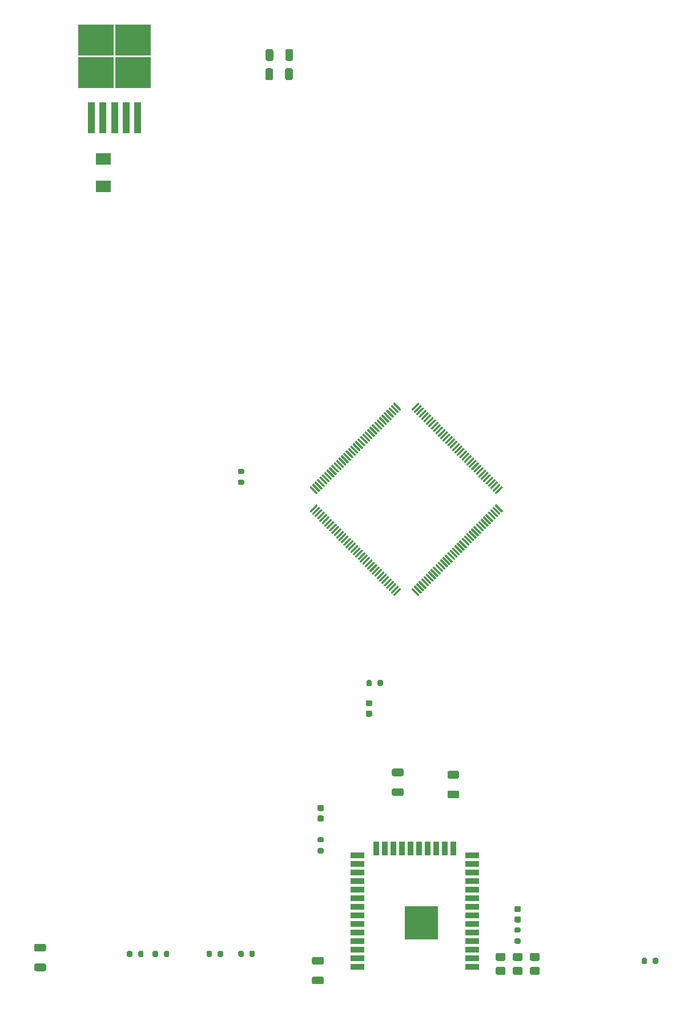
<source format=gbr>
%TF.GenerationSoftware,KiCad,Pcbnew,(5.1.12)-1*%
%TF.CreationDate,2022-04-06T16:52:09+05:30*%
%TF.ProjectId,MCROCONTROLLER,4d43524f-434f-44e5-9452-4f4c4c45522e,rev?*%
%TF.SameCoordinates,Original*%
%TF.FileFunction,Paste,Top*%
%TF.FilePolarity,Positive*%
%FSLAX46Y46*%
G04 Gerber Fmt 4.6, Leading zero omitted, Abs format (unit mm)*
G04 Created by KiCad (PCBNEW (5.1.12)-1) date 2022-04-06 16:52:09*
%MOMM*%
%LPD*%
G01*
G04 APERTURE LIST*
%ADD10R,2.199640X1.800860*%
%ADD11R,2.000000X0.900000*%
%ADD12R,0.900000X2.000000*%
%ADD13R,5.000000X5.000000*%
%ADD14R,1.100000X4.600000*%
%ADD15R,5.250000X4.550000*%
G04 APERTURE END LIST*
%TO.C,C5*%
G36*
G01*
X112322800Y-135440000D02*
X112822800Y-135440000D01*
G75*
G02*
X113047800Y-135665000I0J-225000D01*
G01*
X113047800Y-136115000D01*
G75*
G02*
X112822800Y-136340000I-225000J0D01*
G01*
X112322800Y-136340000D01*
G75*
G02*
X112097800Y-136115000I0J225000D01*
G01*
X112097800Y-135665000D01*
G75*
G02*
X112322800Y-135440000I225000J0D01*
G01*
G37*
G36*
G01*
X112322800Y-133890000D02*
X112822800Y-133890000D01*
G75*
G02*
X113047800Y-134115000I0J-225000D01*
G01*
X113047800Y-134565000D01*
G75*
G02*
X112822800Y-134790000I-225000J0D01*
G01*
X112322800Y-134790000D01*
G75*
G02*
X112097800Y-134565000I0J225000D01*
G01*
X112097800Y-134115000D01*
G75*
G02*
X112322800Y-133890000I225000J0D01*
G01*
G37*
%TD*%
D10*
%TO.C,D1*%
X73152000Y-57785000D03*
X73152000Y-53771800D03*
%TD*%
D11*
%TO.C,MOD1*%
X127880000Y-173355000D03*
D12*
X125095000Y-155845000D03*
X123825000Y-155845000D03*
X122555000Y-155845000D03*
X121285000Y-155845000D03*
X120015000Y-155845000D03*
X118745000Y-155845000D03*
X117475000Y-155845000D03*
X116205000Y-155845000D03*
X114935000Y-155845000D03*
X113665000Y-155845000D03*
D11*
X127880000Y-172085000D03*
X127880000Y-170815000D03*
X127880000Y-169545000D03*
X127880000Y-168275000D03*
X127880000Y-167005000D03*
X127880000Y-165735000D03*
X127880000Y-164465000D03*
X127880000Y-163195000D03*
X127880000Y-161925000D03*
X127880000Y-160655000D03*
X127880000Y-159385000D03*
X127880000Y-158115000D03*
X127880000Y-156845000D03*
X110880000Y-173355000D03*
X110880000Y-172085000D03*
X110880000Y-170815000D03*
X110880000Y-169545000D03*
X110880000Y-168275000D03*
X110880000Y-167005000D03*
X110880000Y-165735000D03*
X110880000Y-164465000D03*
X110880000Y-163195000D03*
X110880000Y-161925000D03*
X110880000Y-160655000D03*
X110880000Y-159385000D03*
X110880000Y-158115000D03*
X110880000Y-156845000D03*
D13*
X120380000Y-166855000D03*
%TD*%
%TO.C,R2*%
G36*
G01*
X113849200Y-131643800D02*
X113849200Y-131093800D01*
G75*
G02*
X114049200Y-130893800I200000J0D01*
G01*
X114449200Y-130893800D01*
G75*
G02*
X114649200Y-131093800I0J-200000D01*
G01*
X114649200Y-131643800D01*
G75*
G02*
X114449200Y-131843800I-200000J0D01*
G01*
X114049200Y-131843800D01*
G75*
G02*
X113849200Y-131643800I0J200000D01*
G01*
G37*
G36*
G01*
X112199200Y-131643800D02*
X112199200Y-131093800D01*
G75*
G02*
X112399200Y-130893800I200000J0D01*
G01*
X112799200Y-130893800D01*
G75*
G02*
X112999200Y-131093800I0J-200000D01*
G01*
X112999200Y-131643800D01*
G75*
G02*
X112799200Y-131843800I-200000J0D01*
G01*
X112399200Y-131843800D01*
G75*
G02*
X112199200Y-131643800I0J200000D01*
G01*
G37*
%TD*%
%TO.C,R3*%
G36*
G01*
X93874000Y-102049800D02*
X93324000Y-102049800D01*
G75*
G02*
X93124000Y-101849800I0J200000D01*
G01*
X93124000Y-101449800D01*
G75*
G02*
X93324000Y-101249800I200000J0D01*
G01*
X93874000Y-101249800D01*
G75*
G02*
X94074000Y-101449800I0J-200000D01*
G01*
X94074000Y-101849800D01*
G75*
G02*
X93874000Y-102049800I-200000J0D01*
G01*
G37*
G36*
G01*
X93874000Y-100399800D02*
X93324000Y-100399800D01*
G75*
G02*
X93124000Y-100199800I0J200000D01*
G01*
X93124000Y-99799800D01*
G75*
G02*
X93324000Y-99599800I200000J0D01*
G01*
X93874000Y-99599800D01*
G75*
G02*
X94074000Y-99799800I0J-200000D01*
G01*
X94074000Y-100199800D01*
G75*
G02*
X93874000Y-100399800I-200000J0D01*
G01*
G37*
%TD*%
%TO.C,U1*%
G36*
G01*
X103914832Y-106066866D02*
X103808766Y-105960800D01*
G75*
G02*
X103808766Y-105854734I53033J53033D01*
G01*
X104745682Y-104917818D01*
G75*
G02*
X104851748Y-104917818I53033J-53033D01*
G01*
X104957814Y-105023884D01*
G75*
G02*
X104957814Y-105129950I-53033J-53033D01*
G01*
X104020898Y-106066866D01*
G75*
G02*
X103914832Y-106066866I-53033J53033D01*
G01*
G37*
G36*
G01*
X104268385Y-106420419D02*
X104162319Y-106314353D01*
G75*
G02*
X104162319Y-106208287I53033J53033D01*
G01*
X105099235Y-105271371D01*
G75*
G02*
X105205301Y-105271371I53033J-53033D01*
G01*
X105311367Y-105377437D01*
G75*
G02*
X105311367Y-105483503I-53033J-53033D01*
G01*
X104374451Y-106420419D01*
G75*
G02*
X104268385Y-106420419I-53033J53033D01*
G01*
G37*
G36*
G01*
X104621938Y-106773973D02*
X104515872Y-106667907D01*
G75*
G02*
X104515872Y-106561841I53033J53033D01*
G01*
X105452788Y-105624925D01*
G75*
G02*
X105558854Y-105624925I53033J-53033D01*
G01*
X105664920Y-105730991D01*
G75*
G02*
X105664920Y-105837057I-53033J-53033D01*
G01*
X104728004Y-106773973D01*
G75*
G02*
X104621938Y-106773973I-53033J53033D01*
G01*
G37*
G36*
G01*
X104975492Y-107127526D02*
X104869426Y-107021460D01*
G75*
G02*
X104869426Y-106915394I53033J53033D01*
G01*
X105806342Y-105978478D01*
G75*
G02*
X105912408Y-105978478I53033J-53033D01*
G01*
X106018474Y-106084544D01*
G75*
G02*
X106018474Y-106190610I-53033J-53033D01*
G01*
X105081558Y-107127526D01*
G75*
G02*
X104975492Y-107127526I-53033J53033D01*
G01*
G37*
G36*
G01*
X105329045Y-107481079D02*
X105222979Y-107375013D01*
G75*
G02*
X105222979Y-107268947I53033J53033D01*
G01*
X106159895Y-106332031D01*
G75*
G02*
X106265961Y-106332031I53033J-53033D01*
G01*
X106372027Y-106438097D01*
G75*
G02*
X106372027Y-106544163I-53033J-53033D01*
G01*
X105435111Y-107481079D01*
G75*
G02*
X105329045Y-107481079I-53033J53033D01*
G01*
G37*
G36*
G01*
X105682599Y-107834633D02*
X105576533Y-107728567D01*
G75*
G02*
X105576533Y-107622501I53033J53033D01*
G01*
X106513449Y-106685585D01*
G75*
G02*
X106619515Y-106685585I53033J-53033D01*
G01*
X106725581Y-106791651D01*
G75*
G02*
X106725581Y-106897717I-53033J-53033D01*
G01*
X105788665Y-107834633D01*
G75*
G02*
X105682599Y-107834633I-53033J53033D01*
G01*
G37*
G36*
G01*
X106036152Y-108188186D02*
X105930086Y-108082120D01*
G75*
G02*
X105930086Y-107976054I53033J53033D01*
G01*
X106867002Y-107039138D01*
G75*
G02*
X106973068Y-107039138I53033J-53033D01*
G01*
X107079134Y-107145204D01*
G75*
G02*
X107079134Y-107251270I-53033J-53033D01*
G01*
X106142218Y-108188186D01*
G75*
G02*
X106036152Y-108188186I-53033J53033D01*
G01*
G37*
G36*
G01*
X106389705Y-108541739D02*
X106283639Y-108435673D01*
G75*
G02*
X106283639Y-108329607I53033J53033D01*
G01*
X107220555Y-107392691D01*
G75*
G02*
X107326621Y-107392691I53033J-53033D01*
G01*
X107432687Y-107498757D01*
G75*
G02*
X107432687Y-107604823I-53033J-53033D01*
G01*
X106495771Y-108541739D01*
G75*
G02*
X106389705Y-108541739I-53033J53033D01*
G01*
G37*
G36*
G01*
X106743259Y-108895293D02*
X106637193Y-108789227D01*
G75*
G02*
X106637193Y-108683161I53033J53033D01*
G01*
X107574109Y-107746245D01*
G75*
G02*
X107680175Y-107746245I53033J-53033D01*
G01*
X107786241Y-107852311D01*
G75*
G02*
X107786241Y-107958377I-53033J-53033D01*
G01*
X106849325Y-108895293D01*
G75*
G02*
X106743259Y-108895293I-53033J53033D01*
G01*
G37*
G36*
G01*
X107096812Y-109248846D02*
X106990746Y-109142780D01*
G75*
G02*
X106990746Y-109036714I53033J53033D01*
G01*
X107927662Y-108099798D01*
G75*
G02*
X108033728Y-108099798I53033J-53033D01*
G01*
X108139794Y-108205864D01*
G75*
G02*
X108139794Y-108311930I-53033J-53033D01*
G01*
X107202878Y-109248846D01*
G75*
G02*
X107096812Y-109248846I-53033J53033D01*
G01*
G37*
G36*
G01*
X107450366Y-109602400D02*
X107344300Y-109496334D01*
G75*
G02*
X107344300Y-109390268I53033J53033D01*
G01*
X108281216Y-108453352D01*
G75*
G02*
X108387282Y-108453352I53033J-53033D01*
G01*
X108493348Y-108559418D01*
G75*
G02*
X108493348Y-108665484I-53033J-53033D01*
G01*
X107556432Y-109602400D01*
G75*
G02*
X107450366Y-109602400I-53033J53033D01*
G01*
G37*
G36*
G01*
X107803919Y-109955953D02*
X107697853Y-109849887D01*
G75*
G02*
X107697853Y-109743821I53033J53033D01*
G01*
X108634769Y-108806905D01*
G75*
G02*
X108740835Y-108806905I53033J-53033D01*
G01*
X108846901Y-108912971D01*
G75*
G02*
X108846901Y-109019037I-53033J-53033D01*
G01*
X107909985Y-109955953D01*
G75*
G02*
X107803919Y-109955953I-53033J53033D01*
G01*
G37*
G36*
G01*
X108157472Y-110309506D02*
X108051406Y-110203440D01*
G75*
G02*
X108051406Y-110097374I53033J53033D01*
G01*
X108988322Y-109160458D01*
G75*
G02*
X109094388Y-109160458I53033J-53033D01*
G01*
X109200454Y-109266524D01*
G75*
G02*
X109200454Y-109372590I-53033J-53033D01*
G01*
X108263538Y-110309506D01*
G75*
G02*
X108157472Y-110309506I-53033J53033D01*
G01*
G37*
G36*
G01*
X108511026Y-110663060D02*
X108404960Y-110556994D01*
G75*
G02*
X108404960Y-110450928I53033J53033D01*
G01*
X109341876Y-109514012D01*
G75*
G02*
X109447942Y-109514012I53033J-53033D01*
G01*
X109554008Y-109620078D01*
G75*
G02*
X109554008Y-109726144I-53033J-53033D01*
G01*
X108617092Y-110663060D01*
G75*
G02*
X108511026Y-110663060I-53033J53033D01*
G01*
G37*
G36*
G01*
X108864579Y-111016613D02*
X108758513Y-110910547D01*
G75*
G02*
X108758513Y-110804481I53033J53033D01*
G01*
X109695429Y-109867565D01*
G75*
G02*
X109801495Y-109867565I53033J-53033D01*
G01*
X109907561Y-109973631D01*
G75*
G02*
X109907561Y-110079697I-53033J-53033D01*
G01*
X108970645Y-111016613D01*
G75*
G02*
X108864579Y-111016613I-53033J53033D01*
G01*
G37*
G36*
G01*
X109218132Y-111370167D02*
X109112066Y-111264101D01*
G75*
G02*
X109112066Y-111158035I53033J53033D01*
G01*
X110048982Y-110221119D01*
G75*
G02*
X110155048Y-110221119I53033J-53033D01*
G01*
X110261114Y-110327185D01*
G75*
G02*
X110261114Y-110433251I-53033J-53033D01*
G01*
X109324198Y-111370167D01*
G75*
G02*
X109218132Y-111370167I-53033J53033D01*
G01*
G37*
G36*
G01*
X109571686Y-111723720D02*
X109465620Y-111617654D01*
G75*
G02*
X109465620Y-111511588I53033J53033D01*
G01*
X110402536Y-110574672D01*
G75*
G02*
X110508602Y-110574672I53033J-53033D01*
G01*
X110614668Y-110680738D01*
G75*
G02*
X110614668Y-110786804I-53033J-53033D01*
G01*
X109677752Y-111723720D01*
G75*
G02*
X109571686Y-111723720I-53033J53033D01*
G01*
G37*
G36*
G01*
X109925239Y-112077273D02*
X109819173Y-111971207D01*
G75*
G02*
X109819173Y-111865141I53033J53033D01*
G01*
X110756089Y-110928225D01*
G75*
G02*
X110862155Y-110928225I53033J-53033D01*
G01*
X110968221Y-111034291D01*
G75*
G02*
X110968221Y-111140357I-53033J-53033D01*
G01*
X110031305Y-112077273D01*
G75*
G02*
X109925239Y-112077273I-53033J53033D01*
G01*
G37*
G36*
G01*
X110278793Y-112430827D02*
X110172727Y-112324761D01*
G75*
G02*
X110172727Y-112218695I53033J53033D01*
G01*
X111109643Y-111281779D01*
G75*
G02*
X111215709Y-111281779I53033J-53033D01*
G01*
X111321775Y-111387845D01*
G75*
G02*
X111321775Y-111493911I-53033J-53033D01*
G01*
X110384859Y-112430827D01*
G75*
G02*
X110278793Y-112430827I-53033J53033D01*
G01*
G37*
G36*
G01*
X110632346Y-112784380D02*
X110526280Y-112678314D01*
G75*
G02*
X110526280Y-112572248I53033J53033D01*
G01*
X111463196Y-111635332D01*
G75*
G02*
X111569262Y-111635332I53033J-53033D01*
G01*
X111675328Y-111741398D01*
G75*
G02*
X111675328Y-111847464I-53033J-53033D01*
G01*
X110738412Y-112784380D01*
G75*
G02*
X110632346Y-112784380I-53033J53033D01*
G01*
G37*
G36*
G01*
X110985899Y-113137934D02*
X110879833Y-113031868D01*
G75*
G02*
X110879833Y-112925802I53033J53033D01*
G01*
X111816749Y-111988886D01*
G75*
G02*
X111922815Y-111988886I53033J-53033D01*
G01*
X112028881Y-112094952D01*
G75*
G02*
X112028881Y-112201018I-53033J-53033D01*
G01*
X111091965Y-113137934D01*
G75*
G02*
X110985899Y-113137934I-53033J53033D01*
G01*
G37*
G36*
G01*
X111339453Y-113491487D02*
X111233387Y-113385421D01*
G75*
G02*
X111233387Y-113279355I53033J53033D01*
G01*
X112170303Y-112342439D01*
G75*
G02*
X112276369Y-112342439I53033J-53033D01*
G01*
X112382435Y-112448505D01*
G75*
G02*
X112382435Y-112554571I-53033J-53033D01*
G01*
X111445519Y-113491487D01*
G75*
G02*
X111339453Y-113491487I-53033J53033D01*
G01*
G37*
G36*
G01*
X111693006Y-113845040D02*
X111586940Y-113738974D01*
G75*
G02*
X111586940Y-113632908I53033J53033D01*
G01*
X112523856Y-112695992D01*
G75*
G02*
X112629922Y-112695992I53033J-53033D01*
G01*
X112735988Y-112802058D01*
G75*
G02*
X112735988Y-112908124I-53033J-53033D01*
G01*
X111799072Y-113845040D01*
G75*
G02*
X111693006Y-113845040I-53033J53033D01*
G01*
G37*
G36*
G01*
X112046560Y-114198594D02*
X111940494Y-114092528D01*
G75*
G02*
X111940494Y-113986462I53033J53033D01*
G01*
X112877410Y-113049546D01*
G75*
G02*
X112983476Y-113049546I53033J-53033D01*
G01*
X113089542Y-113155612D01*
G75*
G02*
X113089542Y-113261678I-53033J-53033D01*
G01*
X112152626Y-114198594D01*
G75*
G02*
X112046560Y-114198594I-53033J53033D01*
G01*
G37*
G36*
G01*
X112400113Y-114552147D02*
X112294047Y-114446081D01*
G75*
G02*
X112294047Y-114340015I53033J53033D01*
G01*
X113230963Y-113403099D01*
G75*
G02*
X113337029Y-113403099I53033J-53033D01*
G01*
X113443095Y-113509165D01*
G75*
G02*
X113443095Y-113615231I-53033J-53033D01*
G01*
X112506179Y-114552147D01*
G75*
G02*
X112400113Y-114552147I-53033J53033D01*
G01*
G37*
G36*
G01*
X112753666Y-114905700D02*
X112647600Y-114799634D01*
G75*
G02*
X112647600Y-114693568I53033J53033D01*
G01*
X113584516Y-113756652D01*
G75*
G02*
X113690582Y-113756652I53033J-53033D01*
G01*
X113796648Y-113862718D01*
G75*
G02*
X113796648Y-113968784I-53033J-53033D01*
G01*
X112859732Y-114905700D01*
G75*
G02*
X112753666Y-114905700I-53033J53033D01*
G01*
G37*
G36*
G01*
X113107220Y-115259254D02*
X113001154Y-115153188D01*
G75*
G02*
X113001154Y-115047122I53033J53033D01*
G01*
X113938070Y-114110206D01*
G75*
G02*
X114044136Y-114110206I53033J-53033D01*
G01*
X114150202Y-114216272D01*
G75*
G02*
X114150202Y-114322338I-53033J-53033D01*
G01*
X113213286Y-115259254D01*
G75*
G02*
X113107220Y-115259254I-53033J53033D01*
G01*
G37*
G36*
G01*
X113460773Y-115612807D02*
X113354707Y-115506741D01*
G75*
G02*
X113354707Y-115400675I53033J53033D01*
G01*
X114291623Y-114463759D01*
G75*
G02*
X114397689Y-114463759I53033J-53033D01*
G01*
X114503755Y-114569825D01*
G75*
G02*
X114503755Y-114675891I-53033J-53033D01*
G01*
X113566839Y-115612807D01*
G75*
G02*
X113460773Y-115612807I-53033J53033D01*
G01*
G37*
G36*
G01*
X113814327Y-115966361D02*
X113708261Y-115860295D01*
G75*
G02*
X113708261Y-115754229I53033J53033D01*
G01*
X114645177Y-114817313D01*
G75*
G02*
X114751243Y-114817313I53033J-53033D01*
G01*
X114857309Y-114923379D01*
G75*
G02*
X114857309Y-115029445I-53033J-53033D01*
G01*
X113920393Y-115966361D01*
G75*
G02*
X113814327Y-115966361I-53033J53033D01*
G01*
G37*
G36*
G01*
X114167880Y-116319914D02*
X114061814Y-116213848D01*
G75*
G02*
X114061814Y-116107782I53033J53033D01*
G01*
X114998730Y-115170866D01*
G75*
G02*
X115104796Y-115170866I53033J-53033D01*
G01*
X115210862Y-115276932D01*
G75*
G02*
X115210862Y-115382998I-53033J-53033D01*
G01*
X114273946Y-116319914D01*
G75*
G02*
X114167880Y-116319914I-53033J53033D01*
G01*
G37*
G36*
G01*
X114521433Y-116673467D02*
X114415367Y-116567401D01*
G75*
G02*
X114415367Y-116461335I53033J53033D01*
G01*
X115352283Y-115524419D01*
G75*
G02*
X115458349Y-115524419I53033J-53033D01*
G01*
X115564415Y-115630485D01*
G75*
G02*
X115564415Y-115736551I-53033J-53033D01*
G01*
X114627499Y-116673467D01*
G75*
G02*
X114521433Y-116673467I-53033J53033D01*
G01*
G37*
G36*
G01*
X114874987Y-117027021D02*
X114768921Y-116920955D01*
G75*
G02*
X114768921Y-116814889I53033J53033D01*
G01*
X115705837Y-115877973D01*
G75*
G02*
X115811903Y-115877973I53033J-53033D01*
G01*
X115917969Y-115984039D01*
G75*
G02*
X115917969Y-116090105I-53033J-53033D01*
G01*
X114981053Y-117027021D01*
G75*
G02*
X114874987Y-117027021I-53033J53033D01*
G01*
G37*
G36*
G01*
X115228540Y-117380574D02*
X115122474Y-117274508D01*
G75*
G02*
X115122474Y-117168442I53033J53033D01*
G01*
X116059390Y-116231526D01*
G75*
G02*
X116165456Y-116231526I53033J-53033D01*
G01*
X116271522Y-116337592D01*
G75*
G02*
X116271522Y-116443658I-53033J-53033D01*
G01*
X115334606Y-117380574D01*
G75*
G02*
X115228540Y-117380574I-53033J53033D01*
G01*
G37*
G36*
G01*
X115582093Y-117734128D02*
X115476027Y-117628062D01*
G75*
G02*
X115476027Y-117521996I53033J53033D01*
G01*
X116412943Y-116585080D01*
G75*
G02*
X116519009Y-116585080I53033J-53033D01*
G01*
X116625075Y-116691146D01*
G75*
G02*
X116625075Y-116797212I-53033J-53033D01*
G01*
X115688159Y-117734128D01*
G75*
G02*
X115582093Y-117734128I-53033J53033D01*
G01*
G37*
G36*
G01*
X115935647Y-118087681D02*
X115829581Y-117981615D01*
G75*
G02*
X115829581Y-117875549I53033J53033D01*
G01*
X116766497Y-116938633D01*
G75*
G02*
X116872563Y-116938633I53033J-53033D01*
G01*
X116978629Y-117044699D01*
G75*
G02*
X116978629Y-117150765I-53033J-53033D01*
G01*
X116041713Y-118087681D01*
G75*
G02*
X115935647Y-118087681I-53033J53033D01*
G01*
G37*
G36*
G01*
X116289200Y-118441234D02*
X116183134Y-118335168D01*
G75*
G02*
X116183134Y-118229102I53033J53033D01*
G01*
X117120050Y-117292186D01*
G75*
G02*
X117226116Y-117292186I53033J-53033D01*
G01*
X117332182Y-117398252D01*
G75*
G02*
X117332182Y-117504318I-53033J-53033D01*
G01*
X116395266Y-118441234D01*
G75*
G02*
X116289200Y-118441234I-53033J53033D01*
G01*
G37*
G36*
G01*
X119824734Y-118441234D02*
X118887818Y-117504318D01*
G75*
G02*
X118887818Y-117398252I53033J53033D01*
G01*
X118993884Y-117292186D01*
G75*
G02*
X119099950Y-117292186I53033J-53033D01*
G01*
X120036866Y-118229102D01*
G75*
G02*
X120036866Y-118335168I-53033J-53033D01*
G01*
X119930800Y-118441234D01*
G75*
G02*
X119824734Y-118441234I-53033J53033D01*
G01*
G37*
G36*
G01*
X120178287Y-118087681D02*
X119241371Y-117150765D01*
G75*
G02*
X119241371Y-117044699I53033J53033D01*
G01*
X119347437Y-116938633D01*
G75*
G02*
X119453503Y-116938633I53033J-53033D01*
G01*
X120390419Y-117875549D01*
G75*
G02*
X120390419Y-117981615I-53033J-53033D01*
G01*
X120284353Y-118087681D01*
G75*
G02*
X120178287Y-118087681I-53033J53033D01*
G01*
G37*
G36*
G01*
X120531841Y-117734128D02*
X119594925Y-116797212D01*
G75*
G02*
X119594925Y-116691146I53033J53033D01*
G01*
X119700991Y-116585080D01*
G75*
G02*
X119807057Y-116585080I53033J-53033D01*
G01*
X120743973Y-117521996D01*
G75*
G02*
X120743973Y-117628062I-53033J-53033D01*
G01*
X120637907Y-117734128D01*
G75*
G02*
X120531841Y-117734128I-53033J53033D01*
G01*
G37*
G36*
G01*
X120885394Y-117380574D02*
X119948478Y-116443658D01*
G75*
G02*
X119948478Y-116337592I53033J53033D01*
G01*
X120054544Y-116231526D01*
G75*
G02*
X120160610Y-116231526I53033J-53033D01*
G01*
X121097526Y-117168442D01*
G75*
G02*
X121097526Y-117274508I-53033J-53033D01*
G01*
X120991460Y-117380574D01*
G75*
G02*
X120885394Y-117380574I-53033J53033D01*
G01*
G37*
G36*
G01*
X121238947Y-117027021D02*
X120302031Y-116090105D01*
G75*
G02*
X120302031Y-115984039I53033J53033D01*
G01*
X120408097Y-115877973D01*
G75*
G02*
X120514163Y-115877973I53033J-53033D01*
G01*
X121451079Y-116814889D01*
G75*
G02*
X121451079Y-116920955I-53033J-53033D01*
G01*
X121345013Y-117027021D01*
G75*
G02*
X121238947Y-117027021I-53033J53033D01*
G01*
G37*
G36*
G01*
X121592501Y-116673467D02*
X120655585Y-115736551D01*
G75*
G02*
X120655585Y-115630485I53033J53033D01*
G01*
X120761651Y-115524419D01*
G75*
G02*
X120867717Y-115524419I53033J-53033D01*
G01*
X121804633Y-116461335D01*
G75*
G02*
X121804633Y-116567401I-53033J-53033D01*
G01*
X121698567Y-116673467D01*
G75*
G02*
X121592501Y-116673467I-53033J53033D01*
G01*
G37*
G36*
G01*
X121946054Y-116319914D02*
X121009138Y-115382998D01*
G75*
G02*
X121009138Y-115276932I53033J53033D01*
G01*
X121115204Y-115170866D01*
G75*
G02*
X121221270Y-115170866I53033J-53033D01*
G01*
X122158186Y-116107782D01*
G75*
G02*
X122158186Y-116213848I-53033J-53033D01*
G01*
X122052120Y-116319914D01*
G75*
G02*
X121946054Y-116319914I-53033J53033D01*
G01*
G37*
G36*
G01*
X122299607Y-115966361D02*
X121362691Y-115029445D01*
G75*
G02*
X121362691Y-114923379I53033J53033D01*
G01*
X121468757Y-114817313D01*
G75*
G02*
X121574823Y-114817313I53033J-53033D01*
G01*
X122511739Y-115754229D01*
G75*
G02*
X122511739Y-115860295I-53033J-53033D01*
G01*
X122405673Y-115966361D01*
G75*
G02*
X122299607Y-115966361I-53033J53033D01*
G01*
G37*
G36*
G01*
X122653161Y-115612807D02*
X121716245Y-114675891D01*
G75*
G02*
X121716245Y-114569825I53033J53033D01*
G01*
X121822311Y-114463759D01*
G75*
G02*
X121928377Y-114463759I53033J-53033D01*
G01*
X122865293Y-115400675D01*
G75*
G02*
X122865293Y-115506741I-53033J-53033D01*
G01*
X122759227Y-115612807D01*
G75*
G02*
X122653161Y-115612807I-53033J53033D01*
G01*
G37*
G36*
G01*
X123006714Y-115259254D02*
X122069798Y-114322338D01*
G75*
G02*
X122069798Y-114216272I53033J53033D01*
G01*
X122175864Y-114110206D01*
G75*
G02*
X122281930Y-114110206I53033J-53033D01*
G01*
X123218846Y-115047122D01*
G75*
G02*
X123218846Y-115153188I-53033J-53033D01*
G01*
X123112780Y-115259254D01*
G75*
G02*
X123006714Y-115259254I-53033J53033D01*
G01*
G37*
G36*
G01*
X123360268Y-114905700D02*
X122423352Y-113968784D01*
G75*
G02*
X122423352Y-113862718I53033J53033D01*
G01*
X122529418Y-113756652D01*
G75*
G02*
X122635484Y-113756652I53033J-53033D01*
G01*
X123572400Y-114693568D01*
G75*
G02*
X123572400Y-114799634I-53033J-53033D01*
G01*
X123466334Y-114905700D01*
G75*
G02*
X123360268Y-114905700I-53033J53033D01*
G01*
G37*
G36*
G01*
X123713821Y-114552147D02*
X122776905Y-113615231D01*
G75*
G02*
X122776905Y-113509165I53033J53033D01*
G01*
X122882971Y-113403099D01*
G75*
G02*
X122989037Y-113403099I53033J-53033D01*
G01*
X123925953Y-114340015D01*
G75*
G02*
X123925953Y-114446081I-53033J-53033D01*
G01*
X123819887Y-114552147D01*
G75*
G02*
X123713821Y-114552147I-53033J53033D01*
G01*
G37*
G36*
G01*
X124067374Y-114198594D02*
X123130458Y-113261678D01*
G75*
G02*
X123130458Y-113155612I53033J53033D01*
G01*
X123236524Y-113049546D01*
G75*
G02*
X123342590Y-113049546I53033J-53033D01*
G01*
X124279506Y-113986462D01*
G75*
G02*
X124279506Y-114092528I-53033J-53033D01*
G01*
X124173440Y-114198594D01*
G75*
G02*
X124067374Y-114198594I-53033J53033D01*
G01*
G37*
G36*
G01*
X124420928Y-113845040D02*
X123484012Y-112908124D01*
G75*
G02*
X123484012Y-112802058I53033J53033D01*
G01*
X123590078Y-112695992D01*
G75*
G02*
X123696144Y-112695992I53033J-53033D01*
G01*
X124633060Y-113632908D01*
G75*
G02*
X124633060Y-113738974I-53033J-53033D01*
G01*
X124526994Y-113845040D01*
G75*
G02*
X124420928Y-113845040I-53033J53033D01*
G01*
G37*
G36*
G01*
X124774481Y-113491487D02*
X123837565Y-112554571D01*
G75*
G02*
X123837565Y-112448505I53033J53033D01*
G01*
X123943631Y-112342439D01*
G75*
G02*
X124049697Y-112342439I53033J-53033D01*
G01*
X124986613Y-113279355D01*
G75*
G02*
X124986613Y-113385421I-53033J-53033D01*
G01*
X124880547Y-113491487D01*
G75*
G02*
X124774481Y-113491487I-53033J53033D01*
G01*
G37*
G36*
G01*
X125128035Y-113137934D02*
X124191119Y-112201018D01*
G75*
G02*
X124191119Y-112094952I53033J53033D01*
G01*
X124297185Y-111988886D01*
G75*
G02*
X124403251Y-111988886I53033J-53033D01*
G01*
X125340167Y-112925802D01*
G75*
G02*
X125340167Y-113031868I-53033J-53033D01*
G01*
X125234101Y-113137934D01*
G75*
G02*
X125128035Y-113137934I-53033J53033D01*
G01*
G37*
G36*
G01*
X125481588Y-112784380D02*
X124544672Y-111847464D01*
G75*
G02*
X124544672Y-111741398I53033J53033D01*
G01*
X124650738Y-111635332D01*
G75*
G02*
X124756804Y-111635332I53033J-53033D01*
G01*
X125693720Y-112572248D01*
G75*
G02*
X125693720Y-112678314I-53033J-53033D01*
G01*
X125587654Y-112784380D01*
G75*
G02*
X125481588Y-112784380I-53033J53033D01*
G01*
G37*
G36*
G01*
X125835141Y-112430827D02*
X124898225Y-111493911D01*
G75*
G02*
X124898225Y-111387845I53033J53033D01*
G01*
X125004291Y-111281779D01*
G75*
G02*
X125110357Y-111281779I53033J-53033D01*
G01*
X126047273Y-112218695D01*
G75*
G02*
X126047273Y-112324761I-53033J-53033D01*
G01*
X125941207Y-112430827D01*
G75*
G02*
X125835141Y-112430827I-53033J53033D01*
G01*
G37*
G36*
G01*
X126188695Y-112077273D02*
X125251779Y-111140357D01*
G75*
G02*
X125251779Y-111034291I53033J53033D01*
G01*
X125357845Y-110928225D01*
G75*
G02*
X125463911Y-110928225I53033J-53033D01*
G01*
X126400827Y-111865141D01*
G75*
G02*
X126400827Y-111971207I-53033J-53033D01*
G01*
X126294761Y-112077273D01*
G75*
G02*
X126188695Y-112077273I-53033J53033D01*
G01*
G37*
G36*
G01*
X126542248Y-111723720D02*
X125605332Y-110786804D01*
G75*
G02*
X125605332Y-110680738I53033J53033D01*
G01*
X125711398Y-110574672D01*
G75*
G02*
X125817464Y-110574672I53033J-53033D01*
G01*
X126754380Y-111511588D01*
G75*
G02*
X126754380Y-111617654I-53033J-53033D01*
G01*
X126648314Y-111723720D01*
G75*
G02*
X126542248Y-111723720I-53033J53033D01*
G01*
G37*
G36*
G01*
X126895802Y-111370167D02*
X125958886Y-110433251D01*
G75*
G02*
X125958886Y-110327185I53033J53033D01*
G01*
X126064952Y-110221119D01*
G75*
G02*
X126171018Y-110221119I53033J-53033D01*
G01*
X127107934Y-111158035D01*
G75*
G02*
X127107934Y-111264101I-53033J-53033D01*
G01*
X127001868Y-111370167D01*
G75*
G02*
X126895802Y-111370167I-53033J53033D01*
G01*
G37*
G36*
G01*
X127249355Y-111016613D02*
X126312439Y-110079697D01*
G75*
G02*
X126312439Y-109973631I53033J53033D01*
G01*
X126418505Y-109867565D01*
G75*
G02*
X126524571Y-109867565I53033J-53033D01*
G01*
X127461487Y-110804481D01*
G75*
G02*
X127461487Y-110910547I-53033J-53033D01*
G01*
X127355421Y-111016613D01*
G75*
G02*
X127249355Y-111016613I-53033J53033D01*
G01*
G37*
G36*
G01*
X127602908Y-110663060D02*
X126665992Y-109726144D01*
G75*
G02*
X126665992Y-109620078I53033J53033D01*
G01*
X126772058Y-109514012D01*
G75*
G02*
X126878124Y-109514012I53033J-53033D01*
G01*
X127815040Y-110450928D01*
G75*
G02*
X127815040Y-110556994I-53033J-53033D01*
G01*
X127708974Y-110663060D01*
G75*
G02*
X127602908Y-110663060I-53033J53033D01*
G01*
G37*
G36*
G01*
X127956462Y-110309506D02*
X127019546Y-109372590D01*
G75*
G02*
X127019546Y-109266524I53033J53033D01*
G01*
X127125612Y-109160458D01*
G75*
G02*
X127231678Y-109160458I53033J-53033D01*
G01*
X128168594Y-110097374D01*
G75*
G02*
X128168594Y-110203440I-53033J-53033D01*
G01*
X128062528Y-110309506D01*
G75*
G02*
X127956462Y-110309506I-53033J53033D01*
G01*
G37*
G36*
G01*
X128310015Y-109955953D02*
X127373099Y-109019037D01*
G75*
G02*
X127373099Y-108912971I53033J53033D01*
G01*
X127479165Y-108806905D01*
G75*
G02*
X127585231Y-108806905I53033J-53033D01*
G01*
X128522147Y-109743821D01*
G75*
G02*
X128522147Y-109849887I-53033J-53033D01*
G01*
X128416081Y-109955953D01*
G75*
G02*
X128310015Y-109955953I-53033J53033D01*
G01*
G37*
G36*
G01*
X128663568Y-109602400D02*
X127726652Y-108665484D01*
G75*
G02*
X127726652Y-108559418I53033J53033D01*
G01*
X127832718Y-108453352D01*
G75*
G02*
X127938784Y-108453352I53033J-53033D01*
G01*
X128875700Y-109390268D01*
G75*
G02*
X128875700Y-109496334I-53033J-53033D01*
G01*
X128769634Y-109602400D01*
G75*
G02*
X128663568Y-109602400I-53033J53033D01*
G01*
G37*
G36*
G01*
X129017122Y-109248846D02*
X128080206Y-108311930D01*
G75*
G02*
X128080206Y-108205864I53033J53033D01*
G01*
X128186272Y-108099798D01*
G75*
G02*
X128292338Y-108099798I53033J-53033D01*
G01*
X129229254Y-109036714D01*
G75*
G02*
X129229254Y-109142780I-53033J-53033D01*
G01*
X129123188Y-109248846D01*
G75*
G02*
X129017122Y-109248846I-53033J53033D01*
G01*
G37*
G36*
G01*
X129370675Y-108895293D02*
X128433759Y-107958377D01*
G75*
G02*
X128433759Y-107852311I53033J53033D01*
G01*
X128539825Y-107746245D01*
G75*
G02*
X128645891Y-107746245I53033J-53033D01*
G01*
X129582807Y-108683161D01*
G75*
G02*
X129582807Y-108789227I-53033J-53033D01*
G01*
X129476741Y-108895293D01*
G75*
G02*
X129370675Y-108895293I-53033J53033D01*
G01*
G37*
G36*
G01*
X129724229Y-108541739D02*
X128787313Y-107604823D01*
G75*
G02*
X128787313Y-107498757I53033J53033D01*
G01*
X128893379Y-107392691D01*
G75*
G02*
X128999445Y-107392691I53033J-53033D01*
G01*
X129936361Y-108329607D01*
G75*
G02*
X129936361Y-108435673I-53033J-53033D01*
G01*
X129830295Y-108541739D01*
G75*
G02*
X129724229Y-108541739I-53033J53033D01*
G01*
G37*
G36*
G01*
X130077782Y-108188186D02*
X129140866Y-107251270D01*
G75*
G02*
X129140866Y-107145204I53033J53033D01*
G01*
X129246932Y-107039138D01*
G75*
G02*
X129352998Y-107039138I53033J-53033D01*
G01*
X130289914Y-107976054D01*
G75*
G02*
X130289914Y-108082120I-53033J-53033D01*
G01*
X130183848Y-108188186D01*
G75*
G02*
X130077782Y-108188186I-53033J53033D01*
G01*
G37*
G36*
G01*
X130431335Y-107834633D02*
X129494419Y-106897717D01*
G75*
G02*
X129494419Y-106791651I53033J53033D01*
G01*
X129600485Y-106685585D01*
G75*
G02*
X129706551Y-106685585I53033J-53033D01*
G01*
X130643467Y-107622501D01*
G75*
G02*
X130643467Y-107728567I-53033J-53033D01*
G01*
X130537401Y-107834633D01*
G75*
G02*
X130431335Y-107834633I-53033J53033D01*
G01*
G37*
G36*
G01*
X130784889Y-107481079D02*
X129847973Y-106544163D01*
G75*
G02*
X129847973Y-106438097I53033J53033D01*
G01*
X129954039Y-106332031D01*
G75*
G02*
X130060105Y-106332031I53033J-53033D01*
G01*
X130997021Y-107268947D01*
G75*
G02*
X130997021Y-107375013I-53033J-53033D01*
G01*
X130890955Y-107481079D01*
G75*
G02*
X130784889Y-107481079I-53033J53033D01*
G01*
G37*
G36*
G01*
X131138442Y-107127526D02*
X130201526Y-106190610D01*
G75*
G02*
X130201526Y-106084544I53033J53033D01*
G01*
X130307592Y-105978478D01*
G75*
G02*
X130413658Y-105978478I53033J-53033D01*
G01*
X131350574Y-106915394D01*
G75*
G02*
X131350574Y-107021460I-53033J-53033D01*
G01*
X131244508Y-107127526D01*
G75*
G02*
X131138442Y-107127526I-53033J53033D01*
G01*
G37*
G36*
G01*
X131491996Y-106773973D02*
X130555080Y-105837057D01*
G75*
G02*
X130555080Y-105730991I53033J53033D01*
G01*
X130661146Y-105624925D01*
G75*
G02*
X130767212Y-105624925I53033J-53033D01*
G01*
X131704128Y-106561841D01*
G75*
G02*
X131704128Y-106667907I-53033J-53033D01*
G01*
X131598062Y-106773973D01*
G75*
G02*
X131491996Y-106773973I-53033J53033D01*
G01*
G37*
G36*
G01*
X131845549Y-106420419D02*
X130908633Y-105483503D01*
G75*
G02*
X130908633Y-105377437I53033J53033D01*
G01*
X131014699Y-105271371D01*
G75*
G02*
X131120765Y-105271371I53033J-53033D01*
G01*
X132057681Y-106208287D01*
G75*
G02*
X132057681Y-106314353I-53033J-53033D01*
G01*
X131951615Y-106420419D01*
G75*
G02*
X131845549Y-106420419I-53033J53033D01*
G01*
G37*
G36*
G01*
X132199102Y-106066866D02*
X131262186Y-105129950D01*
G75*
G02*
X131262186Y-105023884I53033J53033D01*
G01*
X131368252Y-104917818D01*
G75*
G02*
X131474318Y-104917818I53033J-53033D01*
G01*
X132411234Y-105854734D01*
G75*
G02*
X132411234Y-105960800I-53033J-53033D01*
G01*
X132305168Y-106066866D01*
G75*
G02*
X132199102Y-106066866I-53033J53033D01*
G01*
G37*
G36*
G01*
X131368252Y-103362182D02*
X131262186Y-103256116D01*
G75*
G02*
X131262186Y-103150050I53033J53033D01*
G01*
X132199102Y-102213134D01*
G75*
G02*
X132305168Y-102213134I53033J-53033D01*
G01*
X132411234Y-102319200D01*
G75*
G02*
X132411234Y-102425266I-53033J-53033D01*
G01*
X131474318Y-103362182D01*
G75*
G02*
X131368252Y-103362182I-53033J53033D01*
G01*
G37*
G36*
G01*
X131014699Y-103008629D02*
X130908633Y-102902563D01*
G75*
G02*
X130908633Y-102796497I53033J53033D01*
G01*
X131845549Y-101859581D01*
G75*
G02*
X131951615Y-101859581I53033J-53033D01*
G01*
X132057681Y-101965647D01*
G75*
G02*
X132057681Y-102071713I-53033J-53033D01*
G01*
X131120765Y-103008629D01*
G75*
G02*
X131014699Y-103008629I-53033J53033D01*
G01*
G37*
G36*
G01*
X130661146Y-102655075D02*
X130555080Y-102549009D01*
G75*
G02*
X130555080Y-102442943I53033J53033D01*
G01*
X131491996Y-101506027D01*
G75*
G02*
X131598062Y-101506027I53033J-53033D01*
G01*
X131704128Y-101612093D01*
G75*
G02*
X131704128Y-101718159I-53033J-53033D01*
G01*
X130767212Y-102655075D01*
G75*
G02*
X130661146Y-102655075I-53033J53033D01*
G01*
G37*
G36*
G01*
X130307592Y-102301522D02*
X130201526Y-102195456D01*
G75*
G02*
X130201526Y-102089390I53033J53033D01*
G01*
X131138442Y-101152474D01*
G75*
G02*
X131244508Y-101152474I53033J-53033D01*
G01*
X131350574Y-101258540D01*
G75*
G02*
X131350574Y-101364606I-53033J-53033D01*
G01*
X130413658Y-102301522D01*
G75*
G02*
X130307592Y-102301522I-53033J53033D01*
G01*
G37*
G36*
G01*
X129954039Y-101947969D02*
X129847973Y-101841903D01*
G75*
G02*
X129847973Y-101735837I53033J53033D01*
G01*
X130784889Y-100798921D01*
G75*
G02*
X130890955Y-100798921I53033J-53033D01*
G01*
X130997021Y-100904987D01*
G75*
G02*
X130997021Y-101011053I-53033J-53033D01*
G01*
X130060105Y-101947969D01*
G75*
G02*
X129954039Y-101947969I-53033J53033D01*
G01*
G37*
G36*
G01*
X129600485Y-101594415D02*
X129494419Y-101488349D01*
G75*
G02*
X129494419Y-101382283I53033J53033D01*
G01*
X130431335Y-100445367D01*
G75*
G02*
X130537401Y-100445367I53033J-53033D01*
G01*
X130643467Y-100551433D01*
G75*
G02*
X130643467Y-100657499I-53033J-53033D01*
G01*
X129706551Y-101594415D01*
G75*
G02*
X129600485Y-101594415I-53033J53033D01*
G01*
G37*
G36*
G01*
X129246932Y-101240862D02*
X129140866Y-101134796D01*
G75*
G02*
X129140866Y-101028730I53033J53033D01*
G01*
X130077782Y-100091814D01*
G75*
G02*
X130183848Y-100091814I53033J-53033D01*
G01*
X130289914Y-100197880D01*
G75*
G02*
X130289914Y-100303946I-53033J-53033D01*
G01*
X129352998Y-101240862D01*
G75*
G02*
X129246932Y-101240862I-53033J53033D01*
G01*
G37*
G36*
G01*
X128893379Y-100887309D02*
X128787313Y-100781243D01*
G75*
G02*
X128787313Y-100675177I53033J53033D01*
G01*
X129724229Y-99738261D01*
G75*
G02*
X129830295Y-99738261I53033J-53033D01*
G01*
X129936361Y-99844327D01*
G75*
G02*
X129936361Y-99950393I-53033J-53033D01*
G01*
X128999445Y-100887309D01*
G75*
G02*
X128893379Y-100887309I-53033J53033D01*
G01*
G37*
G36*
G01*
X128539825Y-100533755D02*
X128433759Y-100427689D01*
G75*
G02*
X128433759Y-100321623I53033J53033D01*
G01*
X129370675Y-99384707D01*
G75*
G02*
X129476741Y-99384707I53033J-53033D01*
G01*
X129582807Y-99490773D01*
G75*
G02*
X129582807Y-99596839I-53033J-53033D01*
G01*
X128645891Y-100533755D01*
G75*
G02*
X128539825Y-100533755I-53033J53033D01*
G01*
G37*
G36*
G01*
X128186272Y-100180202D02*
X128080206Y-100074136D01*
G75*
G02*
X128080206Y-99968070I53033J53033D01*
G01*
X129017122Y-99031154D01*
G75*
G02*
X129123188Y-99031154I53033J-53033D01*
G01*
X129229254Y-99137220D01*
G75*
G02*
X129229254Y-99243286I-53033J-53033D01*
G01*
X128292338Y-100180202D01*
G75*
G02*
X128186272Y-100180202I-53033J53033D01*
G01*
G37*
G36*
G01*
X127832718Y-99826648D02*
X127726652Y-99720582D01*
G75*
G02*
X127726652Y-99614516I53033J53033D01*
G01*
X128663568Y-98677600D01*
G75*
G02*
X128769634Y-98677600I53033J-53033D01*
G01*
X128875700Y-98783666D01*
G75*
G02*
X128875700Y-98889732I-53033J-53033D01*
G01*
X127938784Y-99826648D01*
G75*
G02*
X127832718Y-99826648I-53033J53033D01*
G01*
G37*
G36*
G01*
X127479165Y-99473095D02*
X127373099Y-99367029D01*
G75*
G02*
X127373099Y-99260963I53033J53033D01*
G01*
X128310015Y-98324047D01*
G75*
G02*
X128416081Y-98324047I53033J-53033D01*
G01*
X128522147Y-98430113D01*
G75*
G02*
X128522147Y-98536179I-53033J-53033D01*
G01*
X127585231Y-99473095D01*
G75*
G02*
X127479165Y-99473095I-53033J53033D01*
G01*
G37*
G36*
G01*
X127125612Y-99119542D02*
X127019546Y-99013476D01*
G75*
G02*
X127019546Y-98907410I53033J53033D01*
G01*
X127956462Y-97970494D01*
G75*
G02*
X128062528Y-97970494I53033J-53033D01*
G01*
X128168594Y-98076560D01*
G75*
G02*
X128168594Y-98182626I-53033J-53033D01*
G01*
X127231678Y-99119542D01*
G75*
G02*
X127125612Y-99119542I-53033J53033D01*
G01*
G37*
G36*
G01*
X126772058Y-98765988D02*
X126665992Y-98659922D01*
G75*
G02*
X126665992Y-98553856I53033J53033D01*
G01*
X127602908Y-97616940D01*
G75*
G02*
X127708974Y-97616940I53033J-53033D01*
G01*
X127815040Y-97723006D01*
G75*
G02*
X127815040Y-97829072I-53033J-53033D01*
G01*
X126878124Y-98765988D01*
G75*
G02*
X126772058Y-98765988I-53033J53033D01*
G01*
G37*
G36*
G01*
X126418505Y-98412435D02*
X126312439Y-98306369D01*
G75*
G02*
X126312439Y-98200303I53033J53033D01*
G01*
X127249355Y-97263387D01*
G75*
G02*
X127355421Y-97263387I53033J-53033D01*
G01*
X127461487Y-97369453D01*
G75*
G02*
X127461487Y-97475519I-53033J-53033D01*
G01*
X126524571Y-98412435D01*
G75*
G02*
X126418505Y-98412435I-53033J53033D01*
G01*
G37*
G36*
G01*
X126064952Y-98058881D02*
X125958886Y-97952815D01*
G75*
G02*
X125958886Y-97846749I53033J53033D01*
G01*
X126895802Y-96909833D01*
G75*
G02*
X127001868Y-96909833I53033J-53033D01*
G01*
X127107934Y-97015899D01*
G75*
G02*
X127107934Y-97121965I-53033J-53033D01*
G01*
X126171018Y-98058881D01*
G75*
G02*
X126064952Y-98058881I-53033J53033D01*
G01*
G37*
G36*
G01*
X125711398Y-97705328D02*
X125605332Y-97599262D01*
G75*
G02*
X125605332Y-97493196I53033J53033D01*
G01*
X126542248Y-96556280D01*
G75*
G02*
X126648314Y-96556280I53033J-53033D01*
G01*
X126754380Y-96662346D01*
G75*
G02*
X126754380Y-96768412I-53033J-53033D01*
G01*
X125817464Y-97705328D01*
G75*
G02*
X125711398Y-97705328I-53033J53033D01*
G01*
G37*
G36*
G01*
X125357845Y-97351775D02*
X125251779Y-97245709D01*
G75*
G02*
X125251779Y-97139643I53033J53033D01*
G01*
X126188695Y-96202727D01*
G75*
G02*
X126294761Y-96202727I53033J-53033D01*
G01*
X126400827Y-96308793D01*
G75*
G02*
X126400827Y-96414859I-53033J-53033D01*
G01*
X125463911Y-97351775D01*
G75*
G02*
X125357845Y-97351775I-53033J53033D01*
G01*
G37*
G36*
G01*
X125004291Y-96998221D02*
X124898225Y-96892155D01*
G75*
G02*
X124898225Y-96786089I53033J53033D01*
G01*
X125835141Y-95849173D01*
G75*
G02*
X125941207Y-95849173I53033J-53033D01*
G01*
X126047273Y-95955239D01*
G75*
G02*
X126047273Y-96061305I-53033J-53033D01*
G01*
X125110357Y-96998221D01*
G75*
G02*
X125004291Y-96998221I-53033J53033D01*
G01*
G37*
G36*
G01*
X124650738Y-96644668D02*
X124544672Y-96538602D01*
G75*
G02*
X124544672Y-96432536I53033J53033D01*
G01*
X125481588Y-95495620D01*
G75*
G02*
X125587654Y-95495620I53033J-53033D01*
G01*
X125693720Y-95601686D01*
G75*
G02*
X125693720Y-95707752I-53033J-53033D01*
G01*
X124756804Y-96644668D01*
G75*
G02*
X124650738Y-96644668I-53033J53033D01*
G01*
G37*
G36*
G01*
X124297185Y-96291114D02*
X124191119Y-96185048D01*
G75*
G02*
X124191119Y-96078982I53033J53033D01*
G01*
X125128035Y-95142066D01*
G75*
G02*
X125234101Y-95142066I53033J-53033D01*
G01*
X125340167Y-95248132D01*
G75*
G02*
X125340167Y-95354198I-53033J-53033D01*
G01*
X124403251Y-96291114D01*
G75*
G02*
X124297185Y-96291114I-53033J53033D01*
G01*
G37*
G36*
G01*
X123943631Y-95937561D02*
X123837565Y-95831495D01*
G75*
G02*
X123837565Y-95725429I53033J53033D01*
G01*
X124774481Y-94788513D01*
G75*
G02*
X124880547Y-94788513I53033J-53033D01*
G01*
X124986613Y-94894579D01*
G75*
G02*
X124986613Y-95000645I-53033J-53033D01*
G01*
X124049697Y-95937561D01*
G75*
G02*
X123943631Y-95937561I-53033J53033D01*
G01*
G37*
G36*
G01*
X123590078Y-95584008D02*
X123484012Y-95477942D01*
G75*
G02*
X123484012Y-95371876I53033J53033D01*
G01*
X124420928Y-94434960D01*
G75*
G02*
X124526994Y-94434960I53033J-53033D01*
G01*
X124633060Y-94541026D01*
G75*
G02*
X124633060Y-94647092I-53033J-53033D01*
G01*
X123696144Y-95584008D01*
G75*
G02*
X123590078Y-95584008I-53033J53033D01*
G01*
G37*
G36*
G01*
X123236524Y-95230454D02*
X123130458Y-95124388D01*
G75*
G02*
X123130458Y-95018322I53033J53033D01*
G01*
X124067374Y-94081406D01*
G75*
G02*
X124173440Y-94081406I53033J-53033D01*
G01*
X124279506Y-94187472D01*
G75*
G02*
X124279506Y-94293538I-53033J-53033D01*
G01*
X123342590Y-95230454D01*
G75*
G02*
X123236524Y-95230454I-53033J53033D01*
G01*
G37*
G36*
G01*
X122882971Y-94876901D02*
X122776905Y-94770835D01*
G75*
G02*
X122776905Y-94664769I53033J53033D01*
G01*
X123713821Y-93727853D01*
G75*
G02*
X123819887Y-93727853I53033J-53033D01*
G01*
X123925953Y-93833919D01*
G75*
G02*
X123925953Y-93939985I-53033J-53033D01*
G01*
X122989037Y-94876901D01*
G75*
G02*
X122882971Y-94876901I-53033J53033D01*
G01*
G37*
G36*
G01*
X122529418Y-94523348D02*
X122423352Y-94417282D01*
G75*
G02*
X122423352Y-94311216I53033J53033D01*
G01*
X123360268Y-93374300D01*
G75*
G02*
X123466334Y-93374300I53033J-53033D01*
G01*
X123572400Y-93480366D01*
G75*
G02*
X123572400Y-93586432I-53033J-53033D01*
G01*
X122635484Y-94523348D01*
G75*
G02*
X122529418Y-94523348I-53033J53033D01*
G01*
G37*
G36*
G01*
X122175864Y-94169794D02*
X122069798Y-94063728D01*
G75*
G02*
X122069798Y-93957662I53033J53033D01*
G01*
X123006714Y-93020746D01*
G75*
G02*
X123112780Y-93020746I53033J-53033D01*
G01*
X123218846Y-93126812D01*
G75*
G02*
X123218846Y-93232878I-53033J-53033D01*
G01*
X122281930Y-94169794D01*
G75*
G02*
X122175864Y-94169794I-53033J53033D01*
G01*
G37*
G36*
G01*
X121822311Y-93816241D02*
X121716245Y-93710175D01*
G75*
G02*
X121716245Y-93604109I53033J53033D01*
G01*
X122653161Y-92667193D01*
G75*
G02*
X122759227Y-92667193I53033J-53033D01*
G01*
X122865293Y-92773259D01*
G75*
G02*
X122865293Y-92879325I-53033J-53033D01*
G01*
X121928377Y-93816241D01*
G75*
G02*
X121822311Y-93816241I-53033J53033D01*
G01*
G37*
G36*
G01*
X121468757Y-93462687D02*
X121362691Y-93356621D01*
G75*
G02*
X121362691Y-93250555I53033J53033D01*
G01*
X122299607Y-92313639D01*
G75*
G02*
X122405673Y-92313639I53033J-53033D01*
G01*
X122511739Y-92419705D01*
G75*
G02*
X122511739Y-92525771I-53033J-53033D01*
G01*
X121574823Y-93462687D01*
G75*
G02*
X121468757Y-93462687I-53033J53033D01*
G01*
G37*
G36*
G01*
X121115204Y-93109134D02*
X121009138Y-93003068D01*
G75*
G02*
X121009138Y-92897002I53033J53033D01*
G01*
X121946054Y-91960086D01*
G75*
G02*
X122052120Y-91960086I53033J-53033D01*
G01*
X122158186Y-92066152D01*
G75*
G02*
X122158186Y-92172218I-53033J-53033D01*
G01*
X121221270Y-93109134D01*
G75*
G02*
X121115204Y-93109134I-53033J53033D01*
G01*
G37*
G36*
G01*
X120761651Y-92755581D02*
X120655585Y-92649515D01*
G75*
G02*
X120655585Y-92543449I53033J53033D01*
G01*
X121592501Y-91606533D01*
G75*
G02*
X121698567Y-91606533I53033J-53033D01*
G01*
X121804633Y-91712599D01*
G75*
G02*
X121804633Y-91818665I-53033J-53033D01*
G01*
X120867717Y-92755581D01*
G75*
G02*
X120761651Y-92755581I-53033J53033D01*
G01*
G37*
G36*
G01*
X120408097Y-92402027D02*
X120302031Y-92295961D01*
G75*
G02*
X120302031Y-92189895I53033J53033D01*
G01*
X121238947Y-91252979D01*
G75*
G02*
X121345013Y-91252979I53033J-53033D01*
G01*
X121451079Y-91359045D01*
G75*
G02*
X121451079Y-91465111I-53033J-53033D01*
G01*
X120514163Y-92402027D01*
G75*
G02*
X120408097Y-92402027I-53033J53033D01*
G01*
G37*
G36*
G01*
X120054544Y-92048474D02*
X119948478Y-91942408D01*
G75*
G02*
X119948478Y-91836342I53033J53033D01*
G01*
X120885394Y-90899426D01*
G75*
G02*
X120991460Y-90899426I53033J-53033D01*
G01*
X121097526Y-91005492D01*
G75*
G02*
X121097526Y-91111558I-53033J-53033D01*
G01*
X120160610Y-92048474D01*
G75*
G02*
X120054544Y-92048474I-53033J53033D01*
G01*
G37*
G36*
G01*
X119700991Y-91694920D02*
X119594925Y-91588854D01*
G75*
G02*
X119594925Y-91482788I53033J53033D01*
G01*
X120531841Y-90545872D01*
G75*
G02*
X120637907Y-90545872I53033J-53033D01*
G01*
X120743973Y-90651938D01*
G75*
G02*
X120743973Y-90758004I-53033J-53033D01*
G01*
X119807057Y-91694920D01*
G75*
G02*
X119700991Y-91694920I-53033J53033D01*
G01*
G37*
G36*
G01*
X119347437Y-91341367D02*
X119241371Y-91235301D01*
G75*
G02*
X119241371Y-91129235I53033J53033D01*
G01*
X120178287Y-90192319D01*
G75*
G02*
X120284353Y-90192319I53033J-53033D01*
G01*
X120390419Y-90298385D01*
G75*
G02*
X120390419Y-90404451I-53033J-53033D01*
G01*
X119453503Y-91341367D01*
G75*
G02*
X119347437Y-91341367I-53033J53033D01*
G01*
G37*
G36*
G01*
X118993884Y-90987814D02*
X118887818Y-90881748D01*
G75*
G02*
X118887818Y-90775682I53033J53033D01*
G01*
X119824734Y-89838766D01*
G75*
G02*
X119930800Y-89838766I53033J-53033D01*
G01*
X120036866Y-89944832D01*
G75*
G02*
X120036866Y-90050898I-53033J-53033D01*
G01*
X119099950Y-90987814D01*
G75*
G02*
X118993884Y-90987814I-53033J53033D01*
G01*
G37*
G36*
G01*
X117120050Y-90987814D02*
X116183134Y-90050898D01*
G75*
G02*
X116183134Y-89944832I53033J53033D01*
G01*
X116289200Y-89838766D01*
G75*
G02*
X116395266Y-89838766I53033J-53033D01*
G01*
X117332182Y-90775682D01*
G75*
G02*
X117332182Y-90881748I-53033J-53033D01*
G01*
X117226116Y-90987814D01*
G75*
G02*
X117120050Y-90987814I-53033J53033D01*
G01*
G37*
G36*
G01*
X116766497Y-91341367D02*
X115829581Y-90404451D01*
G75*
G02*
X115829581Y-90298385I53033J53033D01*
G01*
X115935647Y-90192319D01*
G75*
G02*
X116041713Y-90192319I53033J-53033D01*
G01*
X116978629Y-91129235D01*
G75*
G02*
X116978629Y-91235301I-53033J-53033D01*
G01*
X116872563Y-91341367D01*
G75*
G02*
X116766497Y-91341367I-53033J53033D01*
G01*
G37*
G36*
G01*
X116412943Y-91694920D02*
X115476027Y-90758004D01*
G75*
G02*
X115476027Y-90651938I53033J53033D01*
G01*
X115582093Y-90545872D01*
G75*
G02*
X115688159Y-90545872I53033J-53033D01*
G01*
X116625075Y-91482788D01*
G75*
G02*
X116625075Y-91588854I-53033J-53033D01*
G01*
X116519009Y-91694920D01*
G75*
G02*
X116412943Y-91694920I-53033J53033D01*
G01*
G37*
G36*
G01*
X116059390Y-92048474D02*
X115122474Y-91111558D01*
G75*
G02*
X115122474Y-91005492I53033J53033D01*
G01*
X115228540Y-90899426D01*
G75*
G02*
X115334606Y-90899426I53033J-53033D01*
G01*
X116271522Y-91836342D01*
G75*
G02*
X116271522Y-91942408I-53033J-53033D01*
G01*
X116165456Y-92048474D01*
G75*
G02*
X116059390Y-92048474I-53033J53033D01*
G01*
G37*
G36*
G01*
X115705837Y-92402027D02*
X114768921Y-91465111D01*
G75*
G02*
X114768921Y-91359045I53033J53033D01*
G01*
X114874987Y-91252979D01*
G75*
G02*
X114981053Y-91252979I53033J-53033D01*
G01*
X115917969Y-92189895D01*
G75*
G02*
X115917969Y-92295961I-53033J-53033D01*
G01*
X115811903Y-92402027D01*
G75*
G02*
X115705837Y-92402027I-53033J53033D01*
G01*
G37*
G36*
G01*
X115352283Y-92755581D02*
X114415367Y-91818665D01*
G75*
G02*
X114415367Y-91712599I53033J53033D01*
G01*
X114521433Y-91606533D01*
G75*
G02*
X114627499Y-91606533I53033J-53033D01*
G01*
X115564415Y-92543449D01*
G75*
G02*
X115564415Y-92649515I-53033J-53033D01*
G01*
X115458349Y-92755581D01*
G75*
G02*
X115352283Y-92755581I-53033J53033D01*
G01*
G37*
G36*
G01*
X114998730Y-93109134D02*
X114061814Y-92172218D01*
G75*
G02*
X114061814Y-92066152I53033J53033D01*
G01*
X114167880Y-91960086D01*
G75*
G02*
X114273946Y-91960086I53033J-53033D01*
G01*
X115210862Y-92897002D01*
G75*
G02*
X115210862Y-93003068I-53033J-53033D01*
G01*
X115104796Y-93109134D01*
G75*
G02*
X114998730Y-93109134I-53033J53033D01*
G01*
G37*
G36*
G01*
X114645177Y-93462687D02*
X113708261Y-92525771D01*
G75*
G02*
X113708261Y-92419705I53033J53033D01*
G01*
X113814327Y-92313639D01*
G75*
G02*
X113920393Y-92313639I53033J-53033D01*
G01*
X114857309Y-93250555D01*
G75*
G02*
X114857309Y-93356621I-53033J-53033D01*
G01*
X114751243Y-93462687D01*
G75*
G02*
X114645177Y-93462687I-53033J53033D01*
G01*
G37*
G36*
G01*
X114291623Y-93816241D02*
X113354707Y-92879325D01*
G75*
G02*
X113354707Y-92773259I53033J53033D01*
G01*
X113460773Y-92667193D01*
G75*
G02*
X113566839Y-92667193I53033J-53033D01*
G01*
X114503755Y-93604109D01*
G75*
G02*
X114503755Y-93710175I-53033J-53033D01*
G01*
X114397689Y-93816241D01*
G75*
G02*
X114291623Y-93816241I-53033J53033D01*
G01*
G37*
G36*
G01*
X113938070Y-94169794D02*
X113001154Y-93232878D01*
G75*
G02*
X113001154Y-93126812I53033J53033D01*
G01*
X113107220Y-93020746D01*
G75*
G02*
X113213286Y-93020746I53033J-53033D01*
G01*
X114150202Y-93957662D01*
G75*
G02*
X114150202Y-94063728I-53033J-53033D01*
G01*
X114044136Y-94169794D01*
G75*
G02*
X113938070Y-94169794I-53033J53033D01*
G01*
G37*
G36*
G01*
X113584516Y-94523348D02*
X112647600Y-93586432D01*
G75*
G02*
X112647600Y-93480366I53033J53033D01*
G01*
X112753666Y-93374300D01*
G75*
G02*
X112859732Y-93374300I53033J-53033D01*
G01*
X113796648Y-94311216D01*
G75*
G02*
X113796648Y-94417282I-53033J-53033D01*
G01*
X113690582Y-94523348D01*
G75*
G02*
X113584516Y-94523348I-53033J53033D01*
G01*
G37*
G36*
G01*
X113230963Y-94876901D02*
X112294047Y-93939985D01*
G75*
G02*
X112294047Y-93833919I53033J53033D01*
G01*
X112400113Y-93727853D01*
G75*
G02*
X112506179Y-93727853I53033J-53033D01*
G01*
X113443095Y-94664769D01*
G75*
G02*
X113443095Y-94770835I-53033J-53033D01*
G01*
X113337029Y-94876901D01*
G75*
G02*
X113230963Y-94876901I-53033J53033D01*
G01*
G37*
G36*
G01*
X112877410Y-95230454D02*
X111940494Y-94293538D01*
G75*
G02*
X111940494Y-94187472I53033J53033D01*
G01*
X112046560Y-94081406D01*
G75*
G02*
X112152626Y-94081406I53033J-53033D01*
G01*
X113089542Y-95018322D01*
G75*
G02*
X113089542Y-95124388I-53033J-53033D01*
G01*
X112983476Y-95230454D01*
G75*
G02*
X112877410Y-95230454I-53033J53033D01*
G01*
G37*
G36*
G01*
X112523856Y-95584008D02*
X111586940Y-94647092D01*
G75*
G02*
X111586940Y-94541026I53033J53033D01*
G01*
X111693006Y-94434960D01*
G75*
G02*
X111799072Y-94434960I53033J-53033D01*
G01*
X112735988Y-95371876D01*
G75*
G02*
X112735988Y-95477942I-53033J-53033D01*
G01*
X112629922Y-95584008D01*
G75*
G02*
X112523856Y-95584008I-53033J53033D01*
G01*
G37*
G36*
G01*
X112170303Y-95937561D02*
X111233387Y-95000645D01*
G75*
G02*
X111233387Y-94894579I53033J53033D01*
G01*
X111339453Y-94788513D01*
G75*
G02*
X111445519Y-94788513I53033J-53033D01*
G01*
X112382435Y-95725429D01*
G75*
G02*
X112382435Y-95831495I-53033J-53033D01*
G01*
X112276369Y-95937561D01*
G75*
G02*
X112170303Y-95937561I-53033J53033D01*
G01*
G37*
G36*
G01*
X111816749Y-96291114D02*
X110879833Y-95354198D01*
G75*
G02*
X110879833Y-95248132I53033J53033D01*
G01*
X110985899Y-95142066D01*
G75*
G02*
X111091965Y-95142066I53033J-53033D01*
G01*
X112028881Y-96078982D01*
G75*
G02*
X112028881Y-96185048I-53033J-53033D01*
G01*
X111922815Y-96291114D01*
G75*
G02*
X111816749Y-96291114I-53033J53033D01*
G01*
G37*
G36*
G01*
X111463196Y-96644668D02*
X110526280Y-95707752D01*
G75*
G02*
X110526280Y-95601686I53033J53033D01*
G01*
X110632346Y-95495620D01*
G75*
G02*
X110738412Y-95495620I53033J-53033D01*
G01*
X111675328Y-96432536D01*
G75*
G02*
X111675328Y-96538602I-53033J-53033D01*
G01*
X111569262Y-96644668D01*
G75*
G02*
X111463196Y-96644668I-53033J53033D01*
G01*
G37*
G36*
G01*
X111109643Y-96998221D02*
X110172727Y-96061305D01*
G75*
G02*
X110172727Y-95955239I53033J53033D01*
G01*
X110278793Y-95849173D01*
G75*
G02*
X110384859Y-95849173I53033J-53033D01*
G01*
X111321775Y-96786089D01*
G75*
G02*
X111321775Y-96892155I-53033J-53033D01*
G01*
X111215709Y-96998221D01*
G75*
G02*
X111109643Y-96998221I-53033J53033D01*
G01*
G37*
G36*
G01*
X110756089Y-97351775D02*
X109819173Y-96414859D01*
G75*
G02*
X109819173Y-96308793I53033J53033D01*
G01*
X109925239Y-96202727D01*
G75*
G02*
X110031305Y-96202727I53033J-53033D01*
G01*
X110968221Y-97139643D01*
G75*
G02*
X110968221Y-97245709I-53033J-53033D01*
G01*
X110862155Y-97351775D01*
G75*
G02*
X110756089Y-97351775I-53033J53033D01*
G01*
G37*
G36*
G01*
X110402536Y-97705328D02*
X109465620Y-96768412D01*
G75*
G02*
X109465620Y-96662346I53033J53033D01*
G01*
X109571686Y-96556280D01*
G75*
G02*
X109677752Y-96556280I53033J-53033D01*
G01*
X110614668Y-97493196D01*
G75*
G02*
X110614668Y-97599262I-53033J-53033D01*
G01*
X110508602Y-97705328D01*
G75*
G02*
X110402536Y-97705328I-53033J53033D01*
G01*
G37*
G36*
G01*
X110048982Y-98058881D02*
X109112066Y-97121965D01*
G75*
G02*
X109112066Y-97015899I53033J53033D01*
G01*
X109218132Y-96909833D01*
G75*
G02*
X109324198Y-96909833I53033J-53033D01*
G01*
X110261114Y-97846749D01*
G75*
G02*
X110261114Y-97952815I-53033J-53033D01*
G01*
X110155048Y-98058881D01*
G75*
G02*
X110048982Y-98058881I-53033J53033D01*
G01*
G37*
G36*
G01*
X109695429Y-98412435D02*
X108758513Y-97475519D01*
G75*
G02*
X108758513Y-97369453I53033J53033D01*
G01*
X108864579Y-97263387D01*
G75*
G02*
X108970645Y-97263387I53033J-53033D01*
G01*
X109907561Y-98200303D01*
G75*
G02*
X109907561Y-98306369I-53033J-53033D01*
G01*
X109801495Y-98412435D01*
G75*
G02*
X109695429Y-98412435I-53033J53033D01*
G01*
G37*
G36*
G01*
X109341876Y-98765988D02*
X108404960Y-97829072D01*
G75*
G02*
X108404960Y-97723006I53033J53033D01*
G01*
X108511026Y-97616940D01*
G75*
G02*
X108617092Y-97616940I53033J-53033D01*
G01*
X109554008Y-98553856D01*
G75*
G02*
X109554008Y-98659922I-53033J-53033D01*
G01*
X109447942Y-98765988D01*
G75*
G02*
X109341876Y-98765988I-53033J53033D01*
G01*
G37*
G36*
G01*
X108988322Y-99119542D02*
X108051406Y-98182626D01*
G75*
G02*
X108051406Y-98076560I53033J53033D01*
G01*
X108157472Y-97970494D01*
G75*
G02*
X108263538Y-97970494I53033J-53033D01*
G01*
X109200454Y-98907410D01*
G75*
G02*
X109200454Y-99013476I-53033J-53033D01*
G01*
X109094388Y-99119542D01*
G75*
G02*
X108988322Y-99119542I-53033J53033D01*
G01*
G37*
G36*
G01*
X108634769Y-99473095D02*
X107697853Y-98536179D01*
G75*
G02*
X107697853Y-98430113I53033J53033D01*
G01*
X107803919Y-98324047D01*
G75*
G02*
X107909985Y-98324047I53033J-53033D01*
G01*
X108846901Y-99260963D01*
G75*
G02*
X108846901Y-99367029I-53033J-53033D01*
G01*
X108740835Y-99473095D01*
G75*
G02*
X108634769Y-99473095I-53033J53033D01*
G01*
G37*
G36*
G01*
X108281216Y-99826648D02*
X107344300Y-98889732D01*
G75*
G02*
X107344300Y-98783666I53033J53033D01*
G01*
X107450366Y-98677600D01*
G75*
G02*
X107556432Y-98677600I53033J-53033D01*
G01*
X108493348Y-99614516D01*
G75*
G02*
X108493348Y-99720582I-53033J-53033D01*
G01*
X108387282Y-99826648D01*
G75*
G02*
X108281216Y-99826648I-53033J53033D01*
G01*
G37*
G36*
G01*
X107927662Y-100180202D02*
X106990746Y-99243286D01*
G75*
G02*
X106990746Y-99137220I53033J53033D01*
G01*
X107096812Y-99031154D01*
G75*
G02*
X107202878Y-99031154I53033J-53033D01*
G01*
X108139794Y-99968070D01*
G75*
G02*
X108139794Y-100074136I-53033J-53033D01*
G01*
X108033728Y-100180202D01*
G75*
G02*
X107927662Y-100180202I-53033J53033D01*
G01*
G37*
G36*
G01*
X107574109Y-100533755D02*
X106637193Y-99596839D01*
G75*
G02*
X106637193Y-99490773I53033J53033D01*
G01*
X106743259Y-99384707D01*
G75*
G02*
X106849325Y-99384707I53033J-53033D01*
G01*
X107786241Y-100321623D01*
G75*
G02*
X107786241Y-100427689I-53033J-53033D01*
G01*
X107680175Y-100533755D01*
G75*
G02*
X107574109Y-100533755I-53033J53033D01*
G01*
G37*
G36*
G01*
X107220555Y-100887309D02*
X106283639Y-99950393D01*
G75*
G02*
X106283639Y-99844327I53033J53033D01*
G01*
X106389705Y-99738261D01*
G75*
G02*
X106495771Y-99738261I53033J-53033D01*
G01*
X107432687Y-100675177D01*
G75*
G02*
X107432687Y-100781243I-53033J-53033D01*
G01*
X107326621Y-100887309D01*
G75*
G02*
X107220555Y-100887309I-53033J53033D01*
G01*
G37*
G36*
G01*
X106867002Y-101240862D02*
X105930086Y-100303946D01*
G75*
G02*
X105930086Y-100197880I53033J53033D01*
G01*
X106036152Y-100091814D01*
G75*
G02*
X106142218Y-100091814I53033J-53033D01*
G01*
X107079134Y-101028730D01*
G75*
G02*
X107079134Y-101134796I-53033J-53033D01*
G01*
X106973068Y-101240862D01*
G75*
G02*
X106867002Y-101240862I-53033J53033D01*
G01*
G37*
G36*
G01*
X106513449Y-101594415D02*
X105576533Y-100657499D01*
G75*
G02*
X105576533Y-100551433I53033J53033D01*
G01*
X105682599Y-100445367D01*
G75*
G02*
X105788665Y-100445367I53033J-53033D01*
G01*
X106725581Y-101382283D01*
G75*
G02*
X106725581Y-101488349I-53033J-53033D01*
G01*
X106619515Y-101594415D01*
G75*
G02*
X106513449Y-101594415I-53033J53033D01*
G01*
G37*
G36*
G01*
X106159895Y-101947969D02*
X105222979Y-101011053D01*
G75*
G02*
X105222979Y-100904987I53033J53033D01*
G01*
X105329045Y-100798921D01*
G75*
G02*
X105435111Y-100798921I53033J-53033D01*
G01*
X106372027Y-101735837D01*
G75*
G02*
X106372027Y-101841903I-53033J-53033D01*
G01*
X106265961Y-101947969D01*
G75*
G02*
X106159895Y-101947969I-53033J53033D01*
G01*
G37*
G36*
G01*
X105806342Y-102301522D02*
X104869426Y-101364606D01*
G75*
G02*
X104869426Y-101258540I53033J53033D01*
G01*
X104975492Y-101152474D01*
G75*
G02*
X105081558Y-101152474I53033J-53033D01*
G01*
X106018474Y-102089390D01*
G75*
G02*
X106018474Y-102195456I-53033J-53033D01*
G01*
X105912408Y-102301522D01*
G75*
G02*
X105806342Y-102301522I-53033J53033D01*
G01*
G37*
G36*
G01*
X105452788Y-102655075D02*
X104515872Y-101718159D01*
G75*
G02*
X104515872Y-101612093I53033J53033D01*
G01*
X104621938Y-101506027D01*
G75*
G02*
X104728004Y-101506027I53033J-53033D01*
G01*
X105664920Y-102442943D01*
G75*
G02*
X105664920Y-102549009I-53033J-53033D01*
G01*
X105558854Y-102655075D01*
G75*
G02*
X105452788Y-102655075I-53033J53033D01*
G01*
G37*
G36*
G01*
X105099235Y-103008629D02*
X104162319Y-102071713D01*
G75*
G02*
X104162319Y-101965647I53033J53033D01*
G01*
X104268385Y-101859581D01*
G75*
G02*
X104374451Y-101859581I53033J-53033D01*
G01*
X105311367Y-102796497D01*
G75*
G02*
X105311367Y-102902563I-53033J-53033D01*
G01*
X105205301Y-103008629D01*
G75*
G02*
X105099235Y-103008629I-53033J53033D01*
G01*
G37*
G36*
G01*
X104745682Y-103362182D02*
X103808766Y-102425266D01*
G75*
G02*
X103808766Y-102319200I53033J53033D01*
G01*
X103914832Y-102213134D01*
G75*
G02*
X104020898Y-102213134I53033J-53033D01*
G01*
X104957814Y-103150050D01*
G75*
G02*
X104957814Y-103256116I-53033J-53033D01*
G01*
X104851748Y-103362182D01*
G75*
G02*
X104745682Y-103362182I-53033J53033D01*
G01*
G37*
%TD*%
D14*
%TO.C,U2*%
X71432000Y-47685000D03*
X73132000Y-47685000D03*
X74832000Y-47685000D03*
X76532000Y-47685000D03*
X78232000Y-47685000D03*
D15*
X77607000Y-36110000D03*
X72057000Y-40960000D03*
X72057000Y-36110000D03*
X77607000Y-40960000D03*
%TD*%
%TO.C,C15*%
G36*
G01*
X136685000Y-171327500D02*
X137635000Y-171327500D01*
G75*
G02*
X137885000Y-171577500I0J-250000D01*
G01*
X137885000Y-172252500D01*
G75*
G02*
X137635000Y-172502500I-250000J0D01*
G01*
X136685000Y-172502500D01*
G75*
G02*
X136435000Y-172252500I0J250000D01*
G01*
X136435000Y-171577500D01*
G75*
G02*
X136685000Y-171327500I250000J0D01*
G01*
G37*
G36*
G01*
X136685000Y-173402500D02*
X137635000Y-173402500D01*
G75*
G02*
X137885000Y-173652500I0J-250000D01*
G01*
X137885000Y-174327500D01*
G75*
G02*
X137635000Y-174577500I-250000J0D01*
G01*
X136685000Y-174577500D01*
G75*
G02*
X136435000Y-174327500I0J250000D01*
G01*
X136435000Y-173652500D01*
G75*
G02*
X136685000Y-173402500I250000J0D01*
G01*
G37*
%TD*%
%TO.C,C16*%
G36*
G01*
X134145000Y-173402500D02*
X135095000Y-173402500D01*
G75*
G02*
X135345000Y-173652500I0J-250000D01*
G01*
X135345000Y-174327500D01*
G75*
G02*
X135095000Y-174577500I-250000J0D01*
G01*
X134145000Y-174577500D01*
G75*
G02*
X133895000Y-174327500I0J250000D01*
G01*
X133895000Y-173652500D01*
G75*
G02*
X134145000Y-173402500I250000J0D01*
G01*
G37*
G36*
G01*
X134145000Y-171327500D02*
X135095000Y-171327500D01*
G75*
G02*
X135345000Y-171577500I0J-250000D01*
G01*
X135345000Y-172252500D01*
G75*
G02*
X135095000Y-172502500I-250000J0D01*
G01*
X134145000Y-172502500D01*
G75*
G02*
X133895000Y-172252500I0J250000D01*
G01*
X133895000Y-171577500D01*
G75*
G02*
X134145000Y-171327500I250000J0D01*
G01*
G37*
%TD*%
%TO.C,C17*%
G36*
G01*
X131605000Y-171327500D02*
X132555000Y-171327500D01*
G75*
G02*
X132805000Y-171577500I0J-250000D01*
G01*
X132805000Y-172252500D01*
G75*
G02*
X132555000Y-172502500I-250000J0D01*
G01*
X131605000Y-172502500D01*
G75*
G02*
X131355000Y-172252500I0J250000D01*
G01*
X131355000Y-171577500D01*
G75*
G02*
X131605000Y-171327500I250000J0D01*
G01*
G37*
G36*
G01*
X131605000Y-173402500D02*
X132555000Y-173402500D01*
G75*
G02*
X132805000Y-173652500I0J-250000D01*
G01*
X132805000Y-174327500D01*
G75*
G02*
X132555000Y-174577500I-250000J0D01*
G01*
X131605000Y-174577500D01*
G75*
G02*
X131355000Y-174327500I0J250000D01*
G01*
X131355000Y-173652500D01*
G75*
G02*
X131605000Y-173402500I250000J0D01*
G01*
G37*
%TD*%
%TO.C,C18*%
G36*
G01*
X105660000Y-150310000D02*
X105160000Y-150310000D01*
G75*
G02*
X104935000Y-150085000I0J225000D01*
G01*
X104935000Y-149635000D01*
G75*
G02*
X105160000Y-149410000I225000J0D01*
G01*
X105660000Y-149410000D01*
G75*
G02*
X105885000Y-149635000I0J-225000D01*
G01*
X105885000Y-150085000D01*
G75*
G02*
X105660000Y-150310000I-225000J0D01*
G01*
G37*
G36*
G01*
X105660000Y-151860000D02*
X105160000Y-151860000D01*
G75*
G02*
X104935000Y-151635000I0J225000D01*
G01*
X104935000Y-151185000D01*
G75*
G02*
X105160000Y-150960000I225000J0D01*
G01*
X105660000Y-150960000D01*
G75*
G02*
X105885000Y-151185000I0J-225000D01*
G01*
X105885000Y-151635000D01*
G75*
G02*
X105660000Y-151860000I-225000J0D01*
G01*
G37*
%TD*%
%TO.C,C19*%
G36*
G01*
X134870000Y-166820000D02*
X134370000Y-166820000D01*
G75*
G02*
X134145000Y-166595000I0J225000D01*
G01*
X134145000Y-166145000D01*
G75*
G02*
X134370000Y-165920000I225000J0D01*
G01*
X134870000Y-165920000D01*
G75*
G02*
X135095000Y-166145000I0J-225000D01*
G01*
X135095000Y-166595000D01*
G75*
G02*
X134870000Y-166820000I-225000J0D01*
G01*
G37*
G36*
G01*
X134870000Y-165270000D02*
X134370000Y-165270000D01*
G75*
G02*
X134145000Y-165045000I0J225000D01*
G01*
X134145000Y-164595000D01*
G75*
G02*
X134370000Y-164370000I225000J0D01*
G01*
X134870000Y-164370000D01*
G75*
G02*
X135095000Y-164595000I0J-225000D01*
G01*
X135095000Y-165045000D01*
G75*
G02*
X134870000Y-165270000I-225000J0D01*
G01*
G37*
%TD*%
%TO.C,R4*%
G36*
G01*
X88500000Y-171725000D02*
X88500000Y-171175000D01*
G75*
G02*
X88700000Y-170975000I200000J0D01*
G01*
X89100000Y-170975000D01*
G75*
G02*
X89300000Y-171175000I0J-200000D01*
G01*
X89300000Y-171725000D01*
G75*
G02*
X89100000Y-171925000I-200000J0D01*
G01*
X88700000Y-171925000D01*
G75*
G02*
X88500000Y-171725000I0J200000D01*
G01*
G37*
G36*
G01*
X90150000Y-171725000D02*
X90150000Y-171175000D01*
G75*
G02*
X90350000Y-170975000I200000J0D01*
G01*
X90750000Y-170975000D01*
G75*
G02*
X90950000Y-171175000I0J-200000D01*
G01*
X90950000Y-171725000D01*
G75*
G02*
X90750000Y-171925000I-200000J0D01*
G01*
X90350000Y-171925000D01*
G75*
G02*
X90150000Y-171725000I0J200000D01*
G01*
G37*
%TD*%
%TO.C,R5*%
G36*
G01*
X76690000Y-171750400D02*
X76690000Y-171200400D01*
G75*
G02*
X76890000Y-171000400I200000J0D01*
G01*
X77290000Y-171000400D01*
G75*
G02*
X77490000Y-171200400I0J-200000D01*
G01*
X77490000Y-171750400D01*
G75*
G02*
X77290000Y-171950400I-200000J0D01*
G01*
X76890000Y-171950400D01*
G75*
G02*
X76690000Y-171750400I0J200000D01*
G01*
G37*
G36*
G01*
X78340000Y-171750400D02*
X78340000Y-171200400D01*
G75*
G02*
X78540000Y-171000400I200000J0D01*
G01*
X78940000Y-171000400D01*
G75*
G02*
X79140000Y-171200400I0J-200000D01*
G01*
X79140000Y-171750400D01*
G75*
G02*
X78940000Y-171950400I-200000J0D01*
G01*
X78540000Y-171950400D01*
G75*
G02*
X78340000Y-171750400I0J200000D01*
G01*
G37*
%TD*%
%TO.C,R6*%
G36*
G01*
X94850000Y-171725000D02*
X94850000Y-171175000D01*
G75*
G02*
X95050000Y-170975000I200000J0D01*
G01*
X95450000Y-170975000D01*
G75*
G02*
X95650000Y-171175000I0J-200000D01*
G01*
X95650000Y-171725000D01*
G75*
G02*
X95450000Y-171925000I-200000J0D01*
G01*
X95050000Y-171925000D01*
G75*
G02*
X94850000Y-171725000I0J200000D01*
G01*
G37*
G36*
G01*
X93200000Y-171725000D02*
X93200000Y-171175000D01*
G75*
G02*
X93400000Y-170975000I200000J0D01*
G01*
X93800000Y-170975000D01*
G75*
G02*
X94000000Y-171175000I0J-200000D01*
G01*
X94000000Y-171725000D01*
G75*
G02*
X93800000Y-171925000I-200000J0D01*
G01*
X93400000Y-171925000D01*
G75*
G02*
X93200000Y-171725000I0J200000D01*
G01*
G37*
%TD*%
%TO.C,R7*%
G36*
G01*
X80500000Y-171750400D02*
X80500000Y-171200400D01*
G75*
G02*
X80700000Y-171000400I200000J0D01*
G01*
X81100000Y-171000400D01*
G75*
G02*
X81300000Y-171200400I0J-200000D01*
G01*
X81300000Y-171750400D01*
G75*
G02*
X81100000Y-171950400I-200000J0D01*
G01*
X80700000Y-171950400D01*
G75*
G02*
X80500000Y-171750400I0J200000D01*
G01*
G37*
G36*
G01*
X82150000Y-171750400D02*
X82150000Y-171200400D01*
G75*
G02*
X82350000Y-171000400I200000J0D01*
G01*
X82750000Y-171000400D01*
G75*
G02*
X82950000Y-171200400I0J-200000D01*
G01*
X82950000Y-171750400D01*
G75*
G02*
X82750000Y-171950400I-200000J0D01*
G01*
X82350000Y-171950400D01*
G75*
G02*
X82150000Y-171750400I0J200000D01*
G01*
G37*
%TD*%
%TO.C,R8*%
G36*
G01*
X154653800Y-172791800D02*
X154653800Y-172241800D01*
G75*
G02*
X154853800Y-172041800I200000J0D01*
G01*
X155253800Y-172041800D01*
G75*
G02*
X155453800Y-172241800I0J-200000D01*
G01*
X155453800Y-172791800D01*
G75*
G02*
X155253800Y-172991800I-200000J0D01*
G01*
X154853800Y-172991800D01*
G75*
G02*
X154653800Y-172791800I0J200000D01*
G01*
G37*
G36*
G01*
X153003800Y-172791800D02*
X153003800Y-172241800D01*
G75*
G02*
X153203800Y-172041800I200000J0D01*
G01*
X153603800Y-172041800D01*
G75*
G02*
X153803800Y-172241800I0J-200000D01*
G01*
X153803800Y-172791800D01*
G75*
G02*
X153603800Y-172991800I-200000J0D01*
G01*
X153203800Y-172991800D01*
G75*
G02*
X153003800Y-172791800I0J200000D01*
G01*
G37*
%TD*%
%TO.C,R9*%
G36*
G01*
X125694602Y-145494900D02*
X124444598Y-145494900D01*
G75*
G02*
X124194600Y-145244902I0J249998D01*
G01*
X124194600Y-144619898D01*
G75*
G02*
X124444598Y-144369900I249998J0D01*
G01*
X125694602Y-144369900D01*
G75*
G02*
X125944600Y-144619898I0J-249998D01*
G01*
X125944600Y-145244902D01*
G75*
G02*
X125694602Y-145494900I-249998J0D01*
G01*
G37*
G36*
G01*
X125694602Y-148419900D02*
X124444598Y-148419900D01*
G75*
G02*
X124194600Y-148169902I0J249998D01*
G01*
X124194600Y-147544898D01*
G75*
G02*
X124444598Y-147294900I249998J0D01*
G01*
X125694602Y-147294900D01*
G75*
G02*
X125944600Y-147544898I0J-249998D01*
G01*
X125944600Y-148169902D01*
G75*
G02*
X125694602Y-148419900I-249998J0D01*
G01*
G37*
%TD*%
%TO.C,R10*%
G36*
G01*
X117465002Y-148075000D02*
X116214998Y-148075000D01*
G75*
G02*
X115965000Y-147825002I0J249998D01*
G01*
X115965000Y-147199998D01*
G75*
G02*
X116214998Y-146950000I249998J0D01*
G01*
X117465002Y-146950000D01*
G75*
G02*
X117715000Y-147199998I0J-249998D01*
G01*
X117715000Y-147825002D01*
G75*
G02*
X117465002Y-148075000I-249998J0D01*
G01*
G37*
G36*
G01*
X117465002Y-145150000D02*
X116214998Y-145150000D01*
G75*
G02*
X115965000Y-144900002I0J249998D01*
G01*
X115965000Y-144274998D01*
G75*
G02*
X116214998Y-144025000I249998J0D01*
G01*
X117465002Y-144025000D01*
G75*
G02*
X117715000Y-144274998I0J-249998D01*
G01*
X117715000Y-144900002D01*
G75*
G02*
X117465002Y-145150000I-249998J0D01*
G01*
G37*
%TD*%
%TO.C,R11*%
G36*
G01*
X105135000Y-155810000D02*
X105685000Y-155810000D01*
G75*
G02*
X105885000Y-156010000I0J-200000D01*
G01*
X105885000Y-156410000D01*
G75*
G02*
X105685000Y-156610000I-200000J0D01*
G01*
X105135000Y-156610000D01*
G75*
G02*
X104935000Y-156410000I0J200000D01*
G01*
X104935000Y-156010000D01*
G75*
G02*
X105135000Y-155810000I200000J0D01*
G01*
G37*
G36*
G01*
X105135000Y-154160000D02*
X105685000Y-154160000D01*
G75*
G02*
X105885000Y-154360000I0J-200000D01*
G01*
X105885000Y-154760000D01*
G75*
G02*
X105685000Y-154960000I-200000J0D01*
G01*
X105135000Y-154960000D01*
G75*
G02*
X104935000Y-154760000I0J200000D01*
G01*
X104935000Y-154360000D01*
G75*
G02*
X105135000Y-154160000I200000J0D01*
G01*
G37*
%TD*%
%TO.C,R12*%
G36*
G01*
X134319600Y-167532600D02*
X134869600Y-167532600D01*
G75*
G02*
X135069600Y-167732600I0J-200000D01*
G01*
X135069600Y-168132600D01*
G75*
G02*
X134869600Y-168332600I-200000J0D01*
G01*
X134319600Y-168332600D01*
G75*
G02*
X134119600Y-168132600I0J200000D01*
G01*
X134119600Y-167732600D01*
G75*
G02*
X134319600Y-167532600I200000J0D01*
G01*
G37*
G36*
G01*
X134319600Y-169182600D02*
X134869600Y-169182600D01*
G75*
G02*
X135069600Y-169382600I0J-200000D01*
G01*
X135069600Y-169782600D01*
G75*
G02*
X134869600Y-169982600I-200000J0D01*
G01*
X134319600Y-169982600D01*
G75*
G02*
X134119600Y-169782600I0J200000D01*
G01*
X134119600Y-169382600D01*
G75*
G02*
X134319600Y-169182600I200000J0D01*
G01*
G37*
%TD*%
%TO.C,R1*%
G36*
G01*
X97212800Y-41823802D02*
X97212800Y-40573798D01*
G75*
G02*
X97462798Y-40323800I249998J0D01*
G01*
X98087802Y-40323800D01*
G75*
G02*
X98337800Y-40573798I0J-249998D01*
G01*
X98337800Y-41823802D01*
G75*
G02*
X98087802Y-42073800I-249998J0D01*
G01*
X97462798Y-42073800D01*
G75*
G02*
X97212800Y-41823802I0J249998D01*
G01*
G37*
G36*
G01*
X100137800Y-41823802D02*
X100137800Y-40573798D01*
G75*
G02*
X100387798Y-40323800I249998J0D01*
G01*
X101012802Y-40323800D01*
G75*
G02*
X101262800Y-40573798I0J-249998D01*
G01*
X101262800Y-41823802D01*
G75*
G02*
X101012802Y-42073800I-249998J0D01*
G01*
X100387798Y-42073800D01*
G75*
G02*
X100137800Y-41823802I0J249998D01*
G01*
G37*
%TD*%
%TO.C,R13*%
G36*
G01*
X98373900Y-37728998D02*
X98373900Y-38979002D01*
G75*
G02*
X98123902Y-39229000I-249998J0D01*
G01*
X97498898Y-39229000D01*
G75*
G02*
X97248900Y-38979002I0J249998D01*
G01*
X97248900Y-37728998D01*
G75*
G02*
X97498898Y-37479000I249998J0D01*
G01*
X98123902Y-37479000D01*
G75*
G02*
X98373900Y-37728998I0J-249998D01*
G01*
G37*
G36*
G01*
X101298900Y-37728998D02*
X101298900Y-38979002D01*
G75*
G02*
X101048902Y-39229000I-249998J0D01*
G01*
X100423898Y-39229000D01*
G75*
G02*
X100173900Y-38979002I0J249998D01*
G01*
X100173900Y-37728998D01*
G75*
G02*
X100423898Y-37479000I249998J0D01*
G01*
X101048902Y-37479000D01*
G75*
G02*
X101298900Y-37728998I0J-249998D01*
G01*
G37*
%TD*%
%TO.C,R15*%
G36*
G01*
X64425002Y-174025000D02*
X63174998Y-174025000D01*
G75*
G02*
X62925000Y-173775002I0J249998D01*
G01*
X62925000Y-173149998D01*
G75*
G02*
X63174998Y-172900000I249998J0D01*
G01*
X64425002Y-172900000D01*
G75*
G02*
X64675000Y-173149998I0J-249998D01*
G01*
X64675000Y-173775002D01*
G75*
G02*
X64425002Y-174025000I-249998J0D01*
G01*
G37*
G36*
G01*
X64425002Y-171100000D02*
X63174998Y-171100000D01*
G75*
G02*
X62925000Y-170850002I0J249998D01*
G01*
X62925000Y-170224998D01*
G75*
G02*
X63174998Y-169975000I249998J0D01*
G01*
X64425002Y-169975000D01*
G75*
G02*
X64675000Y-170224998I0J-249998D01*
G01*
X64675000Y-170850002D01*
G75*
G02*
X64425002Y-171100000I-249998J0D01*
G01*
G37*
%TD*%
%TO.C,R16*%
G36*
G01*
X105625002Y-175962500D02*
X104374998Y-175962500D01*
G75*
G02*
X104125000Y-175712502I0J249998D01*
G01*
X104125000Y-175087498D01*
G75*
G02*
X104374998Y-174837500I249998J0D01*
G01*
X105625002Y-174837500D01*
G75*
G02*
X105875000Y-175087498I0J-249998D01*
G01*
X105875000Y-175712502D01*
G75*
G02*
X105625002Y-175962500I-249998J0D01*
G01*
G37*
G36*
G01*
X105625002Y-173037500D02*
X104374998Y-173037500D01*
G75*
G02*
X104125000Y-172787502I0J249998D01*
G01*
X104125000Y-172162498D01*
G75*
G02*
X104374998Y-171912500I249998J0D01*
G01*
X105625002Y-171912500D01*
G75*
G02*
X105875000Y-172162498I0J-249998D01*
G01*
X105875000Y-172787502D01*
G75*
G02*
X105625002Y-173037500I-249998J0D01*
G01*
G37*
%TD*%
M02*

</source>
